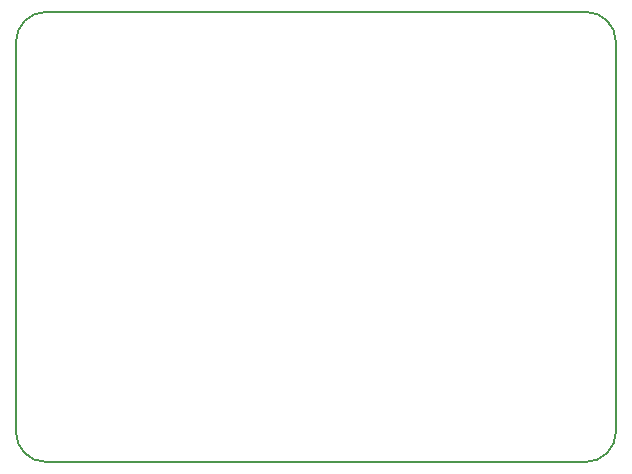
<source format=gbr>
G04 DipTrace 3.3.1.3*
G04 BoardOutline.gbr*
%MOIN*%
G04 #@! TF.FileFunction,Profile*
G04 #@! TF.Part,Single*
%ADD11C,0.005512*%
%FSLAX26Y26*%
G04*
G70*
G90*
G75*
G01*
G04 BoardOutline*
%LPD*%
X100000Y0D2*
D11*
X1900000D1*
G03X2000000Y100000I2J99998D01*
G01*
Y1400000D1*
G03X1900000Y1500000I-99998J2D01*
G01*
X100000D1*
G03X0Y1400000I-2J-99998D01*
G01*
Y100000D1*
G03X100000Y0I99998J-2D01*
G01*
M02*

</source>
